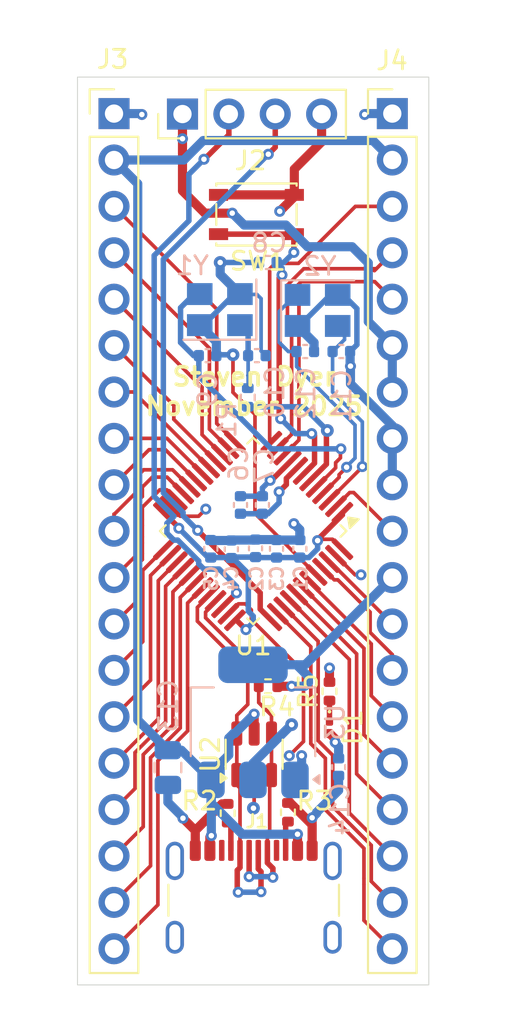
<source format=kicad_pcb>
(kicad_pcb (version 20241229) (generator "pcbnew") (generator_version "9.0")
  (title_block (title "stm32f1-dev-board") (date "2025-11-15") (rev "1") (company "Steven Dyer"))
  (layers (0 "F.Cu" signal) (4 "In1.Cu" signal "3.3V") (6 "In2.Cu" signal "GND") (2 "B.Cu" signal) (13 "F.Paste" user) (15 "B.Paste" user) (5 "F.SilkS" user "F.Silkscreen") (7 "B.SilkS" user "B.Silkscreen") (1 "F.Mask" user) (3 "B.Mask" user) (25 "Edge.Cuts" user))
  (net 0 "")
  (net 1 "GND")
  (net 2 "+3.3V")
  (net 3 "+3.3VA")
  (net 4 "Net-(U1-NRST)")
  (net 5 "/OSC_IN")
  (net 6 "Net-(C10-Pad2)")
  (net 7 "/OSC32_IN")
  (net 8 "/OSC32_OUT")
  (net 9 "VBUS")
  (net 10 "Net-(D1-K)")
  (net 11 "Net-(J1-CC2)")
  (net 13 "Net-(J1-CC1)")
  (net 15 "/SWCLK")
  (net 16 "/SWDIO")
  (net 17 "/PA7")
  (net 18 "/PB0")
  (net 19 "/PB2")
  (net 20 "/PA3")
  (net 21 "/PB11")
  (net 22 "/PB1")
  (net 23 "/PB10")
  (net 24 "/PA10")
  (net 25 "/PB15")
  (net 26 "/PA6")
  (net 27 "/PA9")
  (net 28 "/PA4")
  (net 29 "/PB14")
  (net 30 "/PB13")
  (net 31 "/PB12")
  (net 32 "/PA5")
  (net 33 "/PA8")
  (net 34 "/PA2")
  (net 35 "/PB6")
  (net 36 "/PB9")
  (net 37 "/PC13")
  (net 38 "/PB8")
  (net 39 "/PA15")
  (net 40 "/PB3")
  (net 41 "/PA0")
  (net 42 "/PB5")
  (net 43 "/PA1")
  (net 44 "/PB7")
  (net 45 "/PB4")
  (net 46 "/OSC_OUT")
  (net 47 "/USB_D+")
  (net 48 "/USB_D-")
  (footprint "stm32f1-dev-board:PinHeader_1x04_P2.54mm_Vertical" (layer "F.Cu") (at 157.025 74.675 90)
    (property "Reference" "J2")
    (property "Value" "Conn_01x04_Pin")
  )
  (footprint "stm32f1-dev-board:R_0402_1005Metric" (layer "F.Cu") (at 162.8 112.9 -90)
    (property "Reference" "R3")
    (property "Value" "5k1")
  )
  (footprint "stm32f1-dev-board:SW_SPST_PTS810" (layer "F.Cu") (at 161.075 80.175)
    (property "Reference" "SW1")
    (property "Value" "SW_Push")
  )
  (footprint "stm32f1-dev-board:PinHeader_1x19_P2.54mm_Vertical" (layer "F.Cu") (at 168.515 74.65)
    (property "Reference" "J4")
    (property "Value" "Conn_01x19_Pin")
  )
  (footprint "stm32f1-dev-board:PinHeader_1x19_P2.54mm_Vertical" (layer "F.Cu") (at 153.275 74.65)
    (property "Reference" "J3")
    (property "Value" "Conn_01x19_Pin")
  )
  (footprint "stm32f1-dev-board:LQFP-48_7x7mm_P0.5mm" (layer "F.Cu") (at 160.895 97.5 -135)
    (property "Reference" "U1")
    (property "Value" "STM32F103C8T6")
  )
  (footprint "stm32f1-dev-board:R_0402_1005Metric" (layer "F.Cu") (at 161.71 106 180)
    (property "Reference" "R4")
    (property "Value" "1k5")
  )
  (footprint "stm32f1-dev-board:R_0402_1005Metric" (layer "F.Cu") (at 159.5 112.95 -90)
    (property "Reference" "R2")
    (property "Value" "5k1")
  )
  (footprint "stm32f1-dev-board:SOT-23-6" (layer "F.Cu") (at 160.95 109.725 90)
    (property "Reference" "U2")
    (property "Value" "USBLC6-2SC6")
  )
  (footprint "stm32f1-dev-board:LED_0201_0603Metric" (layer "F.Cu") (at 165.075 108.25 -90)
    (property "Reference" "D1")
    (property "Value" "RED")
  )
  (footprint "stm32f1-dev-board:R_0402_1005Metric" (layer "F.Cu") (at 165.075 106.275 90)
    (property "Reference" "R5")
    (property "Value" "1k5")
  )
  (footprint "stm32f1-dev-board:USB_C_Receptacle_GCT_USB4105-xx-A_16P_TopMnt_Horizontal" (layer "F.Cu") (at 160.925 118.665)
    (property "Reference" "J1")
    (property "Value" "USB_C_Receptacle_USB2.0_16P")
  )
  (footprint "stm32f1-dev-board:C_0402_1005Metric" (layer "B.Cu") (at 163.75 87.675 180)
    (property "Reference" "C12")
    (property "Value" "10p")
  )
  (footprint "stm32f1-dev-board:C_0402_1005Metric" (layer "B.Cu") (at 160.2 96.075 -90)
    (property "Reference" "C6")
    (property "Value" "100n")
  )
  (footprint "stm32f1-dev-board:Crystal_SMD_3225-4Pin_3.2x2.5mm" (layer "B.Cu") (at 159.07 85.38 180)
    (property "Reference" "Y1")
    (property "Value" "8M")
  )
  (footprint "stm32f1-dev-board:C_0402_1005Metric" (layer "B.Cu") (at 161.025 98.45 90)
    (property "Reference" "C2")
    (property "Value" "100n")
  )
  (footprint "stm32f1-dev-board:R_0402_1005Metric" (layer "B.Cu") (at 160.6 90.19 -90)
    (property "Reference" "R1")
    (property "Value" "390")
  )
  (footprint "stm32f1-dev-board:SOT-223-3_TabPin2" (layer "B.Cu") (at 160.8875 107.975 90)
    (property "Reference" "U3")
    (property "Value" "AMS1117-3.3")
  )
  (footprint "stm32f1-dev-board:Crystal_SMD_3225-4Pin_3.2x2.5mm" (layer "B.Cu") (at 164.425 85.425)
    (property "Reference" "Y2")
    (property "Value" "32k768")
  )
  (footprint "stm32f1-dev-board:C_0402_1005Metric" (layer "B.Cu") (at 161.4 96.075 -90)
    (property "Reference" "C7")
    (property "Value" "1u")
  )
  (footprint "stm32f1-dev-board:C_0402_1005Metric" (layer "B.Cu") (at 162.175 98.475 90)
    (property "Reference" "C3")
    (property "Value" "100n")
  )
  (footprint "stm32f1-dev-board:C_0402_1005Metric" (layer "B.Cu") (at 159.7 98.5 90)
    (property "Reference" "C4")
    (property "Value" "100n")
  )
  (footprint "stm32f1-dev-board:C_0402_1005Metric" (layer "B.Cu") (at 165.725 87.675 180)
    (property "Reference" "C11")
    (property "Value" "10p")
  )
  (footprint "stm32f1-dev-board:C_0805_2012Metric" (layer "B.Cu") (at 156.225 110.45 -90)
    (property "Reference" "C13")
    (property "Value" "22u")
  )
  (footprint "stm32f1-dev-board:C_0402_1005Metric" (layer "B.Cu") (at 165.575 110.425 -90)
    (property "Reference" "C14")
    (property "Value" "1u")
  )
  (footprint "stm32f1-dev-board:C_0402_1005Metric" (layer "B.Cu") (at 158.4 87.9 180)
    (property "Reference" "C9")
    (property "Value" "20p")
  )
  (footprint "stm32f1-dev-board:C_0402_1005Metric" (layer "B.Cu") (at 158.575 98.475 90)
    (property "Reference" "C5")
    (property "Value" "1u")
  )
  (footprint "stm32f1-dev-board:C_0402_1005Metric" (layer "B.Cu") (at 163.45 98.475 90)
    (property "Reference" "C1")
    (property "Value" "100n")
  )
  (footprint "stm32f1-dev-board:C_0402_1005Metric" (layer "B.Cu") (at 161.1 87.9 180)
    (property "Reference" "C10")
    (property "Value" "20p")
  )
  (footprint "stm32f1-dev-board:C_0402_1005Metric" (layer "B.Cu") (at 161.7 82.8)
    (property "Reference" "C8")
    (property "Value" "100n")
  )
  (gr_rect (start 151.275 72.65) (end 170.515 122.35) (stroke (width 0.05)) (fill no) (layer "Edge.Cuts"))
  (gr_text "Steven Dyer\nNovember 2025" (at 160.95 91.25 0) (layer "F.SilkS") (effects (font (size 1 1) (thickness 0.2) (bold yes)) (justify bottom)))
  (segment (start 163.15 79.1) (end 163.15 79.2) (width 0.5) (layer "F.Cu") (net 1))
  (segment (start 164.645 76.195) (end 163.15 77.69) (width 0.5) (layer "F.Cu") (net 1))
  (segment (start 164.125 113.582528) (end 162.932472 112.39) (width 0.5) (layer "F.Cu") (net 1))
  (segment (start 156.360678 96.147658) (end 156.906086 96.693066) (width 0.2) (layer "F.Cu") (net 1))
  (segment (start 160.465911 101.488915) (end 160.795173 101.818177) (width 0.2) (layer "F.Cu") (net 1))
  (segment (start 163.15 77.69) (end 163.15 79.1) (width 0.5) (layer "F.Cu") (net 1))
  (segment (start 160.795173 101.818177) (end 160.795173 102.34523) (width 0.2) (layer "F.Cu") (net 1))
  (segment (start 160.95 112.6) (end 160.95 110.8625) (width 0.2) (layer "F.Cu") (net 1))
  (segment (start 166.47698 99.9) (end 166.8 99.9) (width 0.2) (layer "F.Cu") (net 1))
  (segment (start 160.994827 96.539167) (end 164.368662 99.913002) (width 0.2) (layer "F.Cu") (net 1))
  (segment (start 157.725 114.985) (end 157.725 113.9) (width 0.5) (layer "F.Cu") (net 1))
  (segment (start 162.712594 94.960044) (end 162.712594 94.621746) (width 0.3) (layer "F.Cu") (net 1))
  (segment (start 160.910245 112.675) (end 160.910245 112.639755) (width 0.2) (layer "F.Cu") (net 1))
  (segment (start 159.79 87.85291) (end 159.79 89.9111) (width 0.2) (layer "F.Cu") (net 1))
  (segment (start 165.075 105.765) (end 165.075 105) (width 0.5) (layer "F.Cu") (net 1))
  (segment (start 160.795173 102.34523) (end 163.652 105.202057) (width 0.2) (layer "F.Cu") (net 1))
  (segment (start 159.185 112.44) (end 159.5 112.44) (width 0.5) (layer "F.Cu") (net 1))
  (segment (start 159.542658 102.034322) (end 160.088065 101.488915) (width 0.2) (layer "F.Cu") (net 1))
  (segment (start 157.906934 96.693066) (end 158.3 96.3) (width 0.2) (layer "F.Cu") (net 1))
  (segment (start 157.725 113.9) (end 157.05 113.225) (width 0.5) (layer "F.Cu") (net 1))
  (segment (start 164.645 74.675) (end 164.645 76.195) (width 0.5) (layer "F.Cu") (net 1))
  (segment (start 157.725 113.9) (end 159.185 112.44) (width 0.5) (layer "F.Cu") (net 1))
  (segment (start 159 79.1) (end 163.15 79.1) (width 0.5) (layer "F.Cu") (net 1))
  (segment (start 162.316154 95.356484) (end 162.712594 94.960044) (width 0.3) (layer "F.Cu") (net 1))
  (segment (start 162.712594 94.621746) (end 163.308002 94.026338) (width 0.3) (layer "F.Cu") (net 1))
  (segment (start 163.652 105.202057) (end 163.652 109.023) (width 0.2) (layer "F.Cu") (net 1))
  (segment (start 157.725 114.985) (end 157.725 114) (width 0.5) (layer "F.Cu") (net 1))
  (segment (start 164.125 114.985) (end 164.125 113.582528) (width 0.5) (layer "F.Cu") (net 1))
  (segment (start 164.645 76.195) (end 164.65 76.2) (width 0.5) (layer "F.Cu") (net 1))
  (segment (start 160.994827 91.115927) (end 160.994827 96.539167) (width 0.2) (layer "F.Cu") (net 1))
  (segment (start 156.906086 96.693066) (end 157.906934 96.693066) (width 0.2) (layer "F.Cu") (net 1))
  (segment (start 165.429322 98.852342) (end 166.47698 99.9) (width 0.2) (layer "F.Cu") (net 1))
  (segment (start 163.15 79.2) (end 162.35 80) (width 0.5) (layer "F.Cu") (net 1))
  (segment (start 160.088065 101.488915) (end 160.465911 101.488915) (width 0.2) (layer "F.Cu") (net 1))
  (segment (start 164.125 113.2) (end 164.125 114.985) (width 0.5) (layer "F.Cu") (net 1))
  (segment (start 163.652 109.023) (end 162.875 109.8) (width 0.2) (layer "F.Cu") (net 1))
  (segment (start 160.910245 112.639755) (end 160.95 112.6) (width 0.2) (layer "F.Cu") (net 1))
  (segment (start 162.932472 112.39) (end 162.8 112.39) (width 0.5) (layer "F.Cu") (net 1))
  (segment (start 159.79 89.9111) (end 160.994827 91.115927) (width 0.2) (layer "F.Cu") (net 1))
  (via (at 159.09 82.8) (size 0.7) (drill 0.3) (layers "F.Cu" "B.Cu") (net 1))
  (via (at 166.225 88.475) (size 0.6) (drill 0.3) (layers "F.Cu" "B.Cu") (net 1))
  (via (at 163.125 97.1) (size 0.6) (drill 0.3) (layers "F.Cu" "B.Cu") (net 1))
  (via (at 157.05 113.225) (size 0.6) (drill 0.3) (layers "F.Cu" "B.Cu") (net 1))
  (via (at 158.3 96.3) (size 0.6) (drill 0.3) (layers "F.Cu" "B.Cu") (net 1))
  (via (at 159.79 87.85291) (size 0.7) (drill 0.3) (layers "F.Cu" "B.Cu") (net 1))
  (via (at 167 74.7) (size 0.6) (drill 0.3) (layers "F.Cu" "B.Cu") (net 1))
  (via (at 162.35 80) (size 0.6) (drill 0.3) (layers "F.Cu" "B.Cu") (net 1))
  (via (at 165.075 105) (size 0.6) (drill 0.3) (layers "F.Cu" "B.Cu") (net 1))
  (via (at 164.125 113.2) (size 0.6) (drill 0.3) (layers "F.Cu" "B.Cu") (net 1))
  (via (at 163.55 109.8) (size 0.6) (drill 0.3) (layers "F.Cu" "B.Cu") (net 1))
  (via (at 162.316154 95.356484) (size 0.6) (drill 0.3) (layers "F.Cu" "B.Cu") (net 1))
  (via (at 166.8 99.9) (size 0.6) (drill 0.3) (layers "F.Cu" "B.Cu") (net 1))
  (via (at 162.875 109.8) (size 0.6) (drill 0.3) (layers "F.Cu" "B.Cu") (net 1))
  (via (at 154.8 74.7) (size 0.6) (drill 0.3) (layers "F.Cu" "B.Cu") (net 1))
  (via (at 160.910245 112.675) (size 0.7) (drill 0.3) (layers "F.Cu" "B.Cu") (net 1))
  (segment (start 156.225 112.35) (end 156.225 111.4) (width 0.5) (layer "B.Cu") (net 1))
  (segment (start 160.17 84.53) (end 159.868 84.53) (width 0.3) (layer "B.Cu") (net 1))
  (segment (start 157.05 113.225) (end 157.05 113.175) (width 0.5) (layer "B.Cu") (net 1))
  (segment (start 163.45 97.995) (end 163.45 97.425) (width 0.5) (layer "B.Cu") (net 1))
  (segment (start 164.23 87.675) (end 164.23 87.18) (width 0.5) (layer "B.Cu") (net 1))
  (segment (start 163.55 110.7625) (end 163.55 109.8) (width 0.5) (layer "B.Cu") (net 1))
  (segment (start 165.125 84.575) (end 165.525 84.575) (width 0.3) (layer "B.Cu") (net 1))
  (segment (start 159.7 98.02) (end 158.6 98.02) (width 0.5) (layer "B.Cu") (net 1))
  (segment (start 163.45 97.425) (end 163.125 97.1) (width 0.5) (layer "B.Cu") (net 1))
  (segment (start 163.4075 110.905) (end 163.1875 111.125) (width 0.5) (layer "B.Cu") (net 1))
  (segment (start 158.88 87.14) (end 158.88 87.9) (width 0.5) (layer "B.Cu") (net 1))
  (segment (start 161.33 87.65) (end 161.33 84.778) (width 0.2) (layer "B.Cu") (net 1))
  (segment (start 161.709999 96.555) (end 162.316154 95.948845) (width 0.3) (layer "B.Cu") (net 1))
  (segment (start 159.09 82.8) (end 159.09 83.45) (width 0.5) (layer "B.Cu") (net 1))
  (segment (start 159.09 83.45) (end 160.17 84.53) (width 0.5) (layer "B.Cu") (net 1))
  (segment (start 166.225 89.439892) (end 166.225 88.475) (width 0.5) (layer "B.Cu") (net 1))
  (segment (start 166.576 87.304) (end 166.205 87.675) (width 0.3) (layer "B.Cu") (net 1))
  (segment (start 167.05 74.65) (end 167 74.7) (width 0.5) (layer "B.Cu") (net 1))
  (segment (start 158.168 86.23) (end 157.97 86.23) (width 0.3) (layer "B.Cu") (net 1))
  (segment (start 161.4 96.555) (end 160.2 96.555) (width 0.3) (layer "B.Cu") (net 1))
  (segment (start 163.45 97.995) (end 162.175 97.995) (width 0.5) (layer "B.Cu") (net 1))
  (segment (start 161.4 96.555) (end 161.709999 96.555) (width 0.3) (layer "B.Cu") (net 1))
  (segment (start 163.425 86.275) (end 165.125 84.575) (width 0.3) (layer "B.Cu") (net 1))
  (segment (start 154.75 74.65) (end 154.8 74.7) (width 0.5) (layer "B.Cu") (net 1))
  (segment (start 160.95 97.995) (end 160.975 97.97) (width 0.5) (layer "B.Cu") (net 1))
  (segment (start 157.05 113.175) (end 156.225 112.35) (width 0.5) (layer "B.Cu") (net 1))
  (segment (start 168.515 91.729892) (end 166.225 89.439892) (width 0.5) (layer "B.Cu") (net 1))
  (segment (start 166.576 85.324) (end 166.576 87.304) (width 0.3) (layer "B.Cu") (net 1))
  (segment (start 165.525 84.575) (end 165.827 84.575) (width 0.3) (layer "B.Cu") (net 1))
  (segment (start 163.325 86.275) (end 163.425 86.275) (width 0.3) (layer "B.Cu") (net 1))
  (segment (start 158.92709 87.85291) (end 158.88 87.9) (width 0.3) (layer "B.Cu") (net 1))
  (segment (start 161.58 87.9) (end 161.33 87.65) (width 0.2) (layer "B.Cu") (net 1))
  (segment (start 164.375 112.9) (end 165.575 111.7) (width 0.5) (layer "B.Cu") (net 1))
  (segment (start 159.09 82.8) (end 161.22 82.8) (width 0.3) (layer "B.Cu") (net 1))
  (segment (start 168.515 94.97) (end 168.515 91.729892) (width 0.5) (layer "B.Cu") (net 1))
  (segment (start 165.575 111.7) (end 165.575 110.905) (width 0.5) (layer "B.Cu") (net 1))
  (segment (start 158.6 98.02) (end 158.575 97.995) (width 0.5) (layer "B.Cu") (net 1))
  (segment (start 153.275 74.65) (end 154.75 74.65) (width 0.5) (layer "B.Cu") (net 1))
  (segment (start 159.868 84.53) (end 158.168 86.23) (width 0.3) (layer "B.Cu") (net 1))
  (segment (start 159.8 97.995) (end 160.95 97.995) (width 0.5) (layer "B.Cu") (net 1))
  (segment (start 162.05 97.97) (end 162.075 97.995) (width 0.5) (layer "B.Cu") (net 1))
  (segment (start 166.205 88.455) (end 166.225 88.475) (width 0.5) (layer "B.Cu") (net 1))
  (segment (start 165.827 84.575) (end 166.576 85.324) (width 0.3) (layer "B.Cu") (net 1))
  (segment (start 164.23 87.18) (end 163.325 86.275) (width 0.5) (layer "B.Cu") (net 1))
  (segment (start 161.225 82.8) (end 161.22 82.8) (width 0.5) (layer "B.Cu") (net 1))
  (segment (start 161.33 84.778) (end 161.102 84.55) (width 0.2) (layer "B.Cu") (net 1))
  (segment (start 161.102 84.55) (end 160.9 84.55) (width 0.2) (layer "B.Cu") (net 1))
  (segment (start 166.205 87.675) (end 166.205 88.455) (width 0.5) (layer "B.Cu") (net 1))
  (segment (start 157.97 86.23) (end 158.88 87.14) (width 0.5) (layer "B.Cu") (net 1))
  (segment (start 163.1875 111.125) (end 163.55 110.7625) (width 0.5) (layer "B.Cu") (net 1))
  (segment (start 168.515 74.65) (end 167.05 74.65) (width 0.5) (layer "B.Cu") (net 1))
  (segment (start 164.375 112.95) (end 164.375 112.9) (width 0.5) (layer "B.Cu") (net 1))
  (segment (start 160.975 97.97) (end 162.05 97.97) (width 0.5) (layer "B.Cu") (net 1))
  (segment (start 164.125 113.2) (end 164.375 112.95) (width 0.5) (layer "B.Cu") (net 1))
  (segment (start 159.79 87.85291) (end 158.92709 87.85291) (width 0.3) (layer "B.Cu") (net 1))
  (segment (start 162.316154 95.948845) (end 162.316154 95.356484) (width 0.3) (layer "B.Cu") (net 1))
  (segment (start 157.025 78.877) (end 157.025 76.025) (width 0.5) (layer "F.Cu") (net 2))
  (segment (start 163 106) (end 162.22 106) (width 0.5) (layer "F.Cu") (net 2))
  (segment (start 157.025 74.675) (end 157.025 76.025) (width 0.5) (layer "F.Cu") (net 2))
  (segment (start 165.237469 97.953381) (end 165.782876 98.498788) (width 0.2) (layer "F.Cu") (net 2))
  (segment (start 159.75 80.1) (end 158.248 80.1) (width 0.5) (layer "F.Cu") (net 2))
  (segment (start 164.425 98.025) (end 164.425 97.975) (width 0.2) (layer "F.Cu") (net 2))
  (segment (start 159.987876 102.387876) (end 159.896212 102.387876) (width 0.3) (layer "F.Cu") (net 2))
  (segment (start 165.3875 108.8825) (end 165.116 108.611) (width 0.5) (layer "F.Cu") (net 2))
  (segment (start 164.425 97.975) (end 165.782876 96.617124) (width 0.3) (layer "F.Cu") (net 2))
  (segment (start 164.425 97.975) (end 164.446619 97.953381) (width 0.2) (layer "F.Cu") (net 2))
  (segment (start 165.116 108.611) (end 165.075 108.611) (width 0.5) (layer "F.Cu") (net 2))
  (segment (start 165.3875 109.0625) (end 165.3875 108.8825) (width 0.5) (layer "F.Cu") (net 2))
  (segment (start 156.825 97.35) (end 156.825 97.319088) (width 0.3) (layer "F.Cu") (net 2))
  (segment (start 160.5 102.9) (end 159.987876 102.387876) (width 0.3) (layer "F.Cu") (net 2))
  (segment (start 158.248 80.1) (end 157.025 78.877) (width 0.5) (layer "F.Cu") (net 2))
  (segment (start 165.782876 96.617124) (end 165.782876 96.501212) (width 0.3) (layer "F.Cu") (net 2))
  (segment (start 156.825 97.319088) (end 156.007124 96.501212) (width 0.3) (layer "F.Cu") (net 2))
  (segment (start 164.446619 97.953381) (end 165.237469 97.953381) (width 0.2) (layer "F.Cu") (net 2))
  (via (at 163 106) (size 0.6) (drill 0.3) (layers "F.Cu" "B.Cu") (net 2))
  (via (at 164.425 98.025) (size 0.6) (drill 0.3) (layers "F.Cu" "B.Cu") (net 2))
  (via (at 160.5 102.9) (size 0.6) (drill 0.3) (layers "F.Cu" "B.Cu") (net 2))
  (via (at 156.825 97.35) (size 0.6) (drill 0.3) (layers "F.Cu" "B.Cu") (net 2))
  (via (at 163.002 108.1) (size 0.7) (drill 0.3) (layers "F.Cu" "B.Cu") (net 2))
  (via (at 165.3875 109.0625) (size 0.6) (drill 0.3) (layers "F.Cu" "B.Cu") (net 2))
  (via (at 157.025 76.025) (size 0.6) (drill 0.3) (layers "F.Cu" "B.Cu") (net 2))
  (via (at 159.75 80.1) (size 0.6) (drill 0.3) (layers "F.Cu" "B.Cu") (net 2))
  (segment (start 163.74 104.825) (end 163.275 104.825) (width 0.5) (layer "B.Cu") (net 2))
  (segment (start 159.675 98.955) (end 159.7 98.98) (width 0.3) (layer "B.Cu") (net 2))
  (segment (start 160.8875 110.2145) (end 163.002 108.1) (width 0.5) (layer "B.Cu") (net 2))
  (segment (start 167.2 86.035) (end 168.515 87.35) (width 0.5) (layer "B.Cu") (net 2))
  (segment (start 163.725 106) (end 163.925 105.8) (width 0.5) (layer "B.Cu") (net 2))
  (segment (start 161 98.955) (end 163.945 98.955) (width 0.3) (layer "B.Cu") (net 2))
  (segment (start 158.43 98.955) (end 156.825 97.35) (width 0.3) (layer "B.Cu") (net 2))
  (segment (start 168.515 100.05) (end 163.74 104.825) (width 0.5) (layer "B.Cu") (net 2))
  (segment (start 158.575 98.955) (end 159.675 98.955) (width 0.3) (layer "B.Cu") (net 2))
  (segment (start 158.6 98.98) (end 158.575 98.955) (width 0.3) (layer "B.Cu") (net 2))
  (segment (start 159.8 99) (end 159.8 98.955) (width 0.3) (layer "B.Cu") (net 2))
  (segment (start 166.313925 81.938925) (end 167.2 82.825) (width 0.5) (layer "B.Cu") (net 2))
  (segment (start 163.925 105.8) (end 163.925 105.475) (width 0.5) (layer "B.Cu") (net 2))
  (segment (start 160.9 102.5) (end 160.9 102.162888) (width 0.3) (layer "B.Cu") (net 2))
  (segment (start 167.2 82.825) (end 167.2 86.035) (width 0.5) (layer "B.Cu") (net 2))
  (segment (start 165.575 109.3) (end 165.575 109.945) (width 0.5) (layer "B.Cu") (net 2))
  (segment (start 163.876 81.938925) (end 166.313925 81.938925) (width 0.5) (layer "B.Cu") (net 2))
  (segment (start 168.515 89.89) (end 168.515 87.35) (width 0.5) (layer "B.Cu") (net 2))
  (segment (start 160.630122 101.89301) (end 160.630122 99.830122) (width 0.3) (layer "B.Cu") (net 2))
  (segment (start 163.925 105.475) (end 163.275 104.825) (width 0.5) (layer "B.Cu") (net 2))
  (segment (start 159.8 98.955) (end 159.825 98.93) (width 0.3) (layer "B.Cu") (net 2))
  (segment (start 160.630122 99.830122) (end 159.8 99) (width 0.3) (layer "B.Cu") (net 2))
  (segment (start 165.3875 109.1125) (end 165.575 109.3) (width 0.5) (layer "B.Cu") (net 2))
  (segment (start 160.5 102.9) (end 160.9 102.5) (width 0.3) (layer "B.Cu") (net 2))
  (segment (start 159.75 80.1) (end 160.401 80.751) (width 0.5) (layer "B.Cu") (net 2))
  (segment (start 160.9 102.162888) (end 160.630122 101.89301) (width 0.3) (layer "B.Cu") (net 2))
  (segment (start 163.275 104.825) (end 160.8875 104.825) (width 0.5) (layer "B.Cu") (net 2))
  (segment (start 158.575 98.955) (end 158.43 98.955) (width 0.3) (layer "B.Cu") (net 2))
  (segment (start 160.401 80.751) (end 162.688075 80.751) (width 0.5) (layer "B.Cu") (net 2))
  (segment (start 160.8875 111.125) (end 160.8875 110.2145) (width 0.5) (layer "B.Cu") (net 2))
  (segment (start 163 106) (end 163.725 106) (width 0.5) (layer "B.Cu") (net 2))
  (segment (start 164.425 98.475) (end 164.425 98.025) (width 0.3) (layer "B.Cu") (net 2))
  (segment (start 162.688075 80.751) (end 163.876 81.938925) (width 0.5) (layer "B.Cu") (net 2))
  (segment (start 160.975 98.93) (end 161 98.955) (width 0.3) (layer "B.Cu") (net 2))
  (segment (start 168.515 87.35) (end 168.515 86.94) (width 0.5) (layer "B.Cu") (net 2))
  (segment (start 163.945 98.955) (end 164.425 98.475) (width 0.3) (layer "B.Cu") (net 2))
  (segment (start 159.825 98.93) (end 160.975 98.93) (width 0.3) (layer "B.Cu") (net 2))
  (segment (start 165.3875 109.0625) (end 165.3875 109.1125) (width 0.5) (layer "B.Cu") (net 2))
  (segment (start 161.825 94.725) (end 161.902234 94.725) (width 0.3) (layer "F.Cu") (net 3))
  (segment (start 161.902234 94.725) (end 162.954449 93.672785) (width 0.3) (layer "F.Cu") (net 3))
  (via (at 161.825 94.725) (size 0.6) (drill 0.3) (layers "F.Cu" "B.Cu") (net 3))
  (segment (start 161.4 95.15) (end 161.4 95.595) (width 0.3) (layer "B.Cu") (net 3))
  (segment (start 161.825 94.725) (end 161.4 95.15) (width 0.3) (layer "B.Cu") (net 3))
  (segment (start 161.4 95.595) (end 160.2 95.595) (width 0.3) (layer "B.Cu") (net 3))
  (segment (start 164.256963 92.276962) (end 164.150001 92.17) (width 0.3) (layer "F.Cu") (net 4))
  (segment (start 162.401 91.35) (end 162.322 91.271) (width 0.3) (layer "F.Cu") (net 4))
  (segment (start 164.150001 92.17) (end 164.1 92.17) (width 0.3) (layer "F.Cu") (net 4))
  (segment (start 163.15 81.25) (end 159 81.25) (width 0.3) (layer "F.Cu") (net 4))
  (segment (start 162.322 91.271) (end 162.322 83.637428) (width 0.3) (layer "F.Cu") (net 4))
  (segment (start 162.322 83.637428) (end 162.474714 83.484714) (width 0.3) (layer "F.Cu") (net 4))
  (segment (start 163.661555 94.379891) (end 164.256963 93.784483) (width 0.3) (layer "F.Cu") (net 4))
  (segment (start 163.125 81.275) (end 163.15 81.25) (width 0.3) (layer "F.Cu") (net 4))
  (segment (start 164.256963 93.784483) (end 164.256963 92.276962) (width 0.3) (layer "F.Cu") (net 4))
  (segment (start 163.125 82.25) (end 163.125 81.275) (width 0.3) (layer "F.Cu") (net 4))
  (via (at 163.125 82.25) (size 0.6) (drill 0.3) (layers "F.Cu" "B.Cu") (net 4))
  (via (at 162.401 91.35) (size 0.6) (drill 0.3) (layers "F.Cu" "B.Cu") (net 4))
  (via (at 162.474714 83.484714) (size 0.6) (drill 0.3) (layers "F.Cu" "B.Cu") (net 4))
  (via (at 164.1 92.17) (size 0.6) (drill 0.3) (layers "F.Cu" "B.Cu") (net 4))
  (segment (start 162.474714 83.484714) (end 162.474714 83.094714) (width 0.3) (layer "B.Cu") (net 4))
  (segment (start 162.575 82.8) (end 163.125 82.25) (width 0.3) (layer "B.Cu") (net 4))
  (segment (start 164.1 92.17) (end 163.221 92.17) (width 0.3) (layer "B.Cu") (net 4))
  (segment (start 162.18 82.8) (end 162.575 82.8) (width 0.3) (layer "B.Cu") (net 4))
  (segment (start 162.425 82.8) (end 162.18 82.8) (width 0.3) (layer "B.Cu") (net 4))
  (segment (start 163.221 92.17) (end 162.401 91.35) (width 0.3) (layer "B.Cu") (net 4))
  (segment (start 162.474714 83.094714) (end 162.18 82.8) (width 0.3) (layer "B.Cu") (net 4))
  (segment (start 165.675 93.496401) (end 165.411821 93.75958) (width 0.2) (layer "F.Cu") (net 5))
  (segment (start 165.675 93.02856) (end 165.675 93.496401) (width 0.2) (layer "F.Cu") (net 5))
  (segment (start 165.201003 94.254657) (end 164.368662 95.086998) (width 0.2) (layer "F.Cu") (net 5))
  (segment (start 165.411821 93.75958) (end 165.411821 94.042423) (width 0.2) (layer "F.Cu") (net 5))
  (segment (start 165.201003 94.253241) (end 165.201003 94.254657) (width 0.2) (layer "F.Cu") (net 5))
  (segment (start 165.411821 94.042423) (end 165.201003 94.253241) (width 0.2) (layer "F.Cu") (net 5))
  (segment (start 165.70027 93.00329) (end 165.675 93.02856) (width 0.2) (layer "F.Cu") (net 5))
  (via (at 165.70027 93.00329) (size 0.6) (drill 0.3) (layers "F.Cu" "B.Cu") (net 5))
  (segment (start 157.97 84.53) (end 157.668 84.53) (width 0.3) (layer "B.Cu") (net 5))
  (segment (start 161.89224 93.00329) (end 157.92 89.03105) (width 0.3) (layer "B.Cu") (net 5))
  (segment (start 156.919 85.279) (end 156.919 87.181) (width 0.3) (layer "B.Cu") (net 5))
  (segment (start 165.70027 93.00329) (end 161.89224 93.00329) (width 0.3) (layer "B.Cu") (net 5))
  (segment (start 157.638 87.9) (end 157.92 87.9) (width 0.3) (layer "B.Cu") (net 5))
  (segment (start 157.92 89.03105) (end 157.92 87.9) (width 0.3) (layer "B.Cu") (net 5))
  (segment (start 156.919 87.181) (end 157.638 87.9) (width 0.3) (layer "B.Cu") (net 5))
  (segment (start 157.668 84.53) (end 156.919 85.279) (width 0.3) (layer "B.Cu") (net 5))
  (segment (start 160.62 87.9) (end 160.62 86.68) (width 0.3) (layer "B.Cu") (net 6))
  (segment (start 160.62 86.68) (end 160.17 86.23) (width 0.3) (layer "B.Cu") (net 6))
  (segment (start 160.62 89.69) (end 160.62 87.9) (width 0.2) (layer "B.Cu") (net 6))
  (segment (start 160.62 88.965) (end 160.6 88.985) (width 0.2) (layer "B.Cu") (net 6))
  (segment (start 166.875 93.994874) (end 166.875 93.975) (width 0.2) (layer "F.Cu") (net 7))
  (segment (start 165.075769 95.794105) (end 166.875 93.994874) (width 0.2) (layer "F.Cu") (net 7))
  (via (at 166.875 93.975) (size 0.6) (drill 0.3) (layers "F.Cu" "B.Cu") (net 7))
  (segment (start 165.9 85.825) (end 165.9 87.02) (width 0.2) (layer "B.Cu") (net 7))
  (segment (start 166.875 93.975) (end 166.875 91.525) (width 0.2) (layer "B.Cu") (net 7))
  (segment (start 165.245 89.895) (end 165.245 87.675) (width 0.2) (layer "B.Cu") (net 7))
  (segment (start 166.875 91.525) (end 165.245 89.895) (width 0.2) (layer "B.Cu") (net 7))
  (segment (start 165.9 87.02) (end 165.245 87.675) (width 0.2) (layer "B.Cu") (net 7))
  (segment (start 165.602003 94.419341) (end 165.602003 94.560763) (width 0.2) (layer "F.Cu") (net 8))
  (segment (start 166.012821 94.008523) (end 165.602003 94.419341) (width 0.2) (layer "F.Cu") (net 8))
  (segment (start 165.602003 94.560763) (end 164.722215 95.440551) (width 0.2) (layer "F.Cu") (net 8))
  (via (at 166.012821 94.008523) (size 0.6) (drill 0.3) (layers "F.Cu" "B.Cu") (net 8))
  (segment (start 166.012821 94.008523) (end 166.012821 93.969236) (width 0.2) (layer "B.Cu") (net 8))
  (segment (start 166.474 91.699) (end 163.27 88.495) (width 0.2) (layer "B.Cu") (net 8))
  (segment (start 162.823 87.675) (end 162.324 87.176) (width 0.2) (layer "B.Cu") (net 8))
  (segment (start 166.474 93.508057) (end 166.474 91.699) (width 0.2) (layer "B.Cu") (net 8))
  (segment (start 163.27 88.495) (end 163.27 87.675) (width 0.2) (layer "B.Cu") (net 8))
  (segment (start 162.324 87.176) (end 162.324 85.476) (width 0.2) (layer "B.Cu") (net 8))
  (segment (start 162.324 85.476) (end 163.225 84.575) (width 0.2) (layer "B.Cu") (net 8))
  (segment (start 163.27 87.675) (end 162.823 87.675) (width 0.2) (layer "B.Cu") (net 8))
  (segment (start 166.012821 93.969236) (end 166.474 93.508057) (width 0.2) (layer "B.Cu") (net 8))
  (segment (start 163.225 84.575) (end 163.325 84.575) (width 0.2) (layer "B.Cu") (net 8))
  (segment (start 158.525 114.260662) (end 158.605331 114.180331) (width 0.5) (layer "F.Cu") (net 9))
  (segment (start 160.95 108.5875) (end 160.95 107.525) (width 0.5) (layer "F.Cu") (net 9))
  (segment (start 158.525 114.985) (end 158.525 114.260662) (width 0.5) (layer "F.Cu") (net 9))
  (segment (start 163.325 114.985) (end 163.325 114.1) (width 0.5) (layer "F.Cu") (net 9))
  (via (at 158.605331 114.180331) (size 0.6) (drill 0.3) (layers "F.Cu" "B.Cu") (net 9))
  (via (at 160.95 107.525) (size 0.6) (drill 0.3) (layers "F.Cu" "B.Cu") (net 9))
  (via (at 163.325 114.1) (size 0.6) (drill 0.3) (layers "F.Cu" "B.Cu") (net 9))
  (segment (start 158.605331 114.180331) (end 158.605331 111.142831) (width 0.5) (layer "B.Cu") (net 9))
  (segment (start 158.5875 110.738291) (end 159.560588 109.765203) (width 0.5) (layer "B.Cu") (net 9))
  (segment (start 156.225 109.5) (end 156.9625 109.5) (width 0.5) (layer "B.Cu") (net 9))
  (segment (start 158.605331 111.142831) (end 158.5875 111.125) (width 0.5) (layer "B.Cu") (net 9))
  (segment (start 157.097925 77.19) (end 158.163925 76.124) (width 0.5) (layer "B.Cu") (net 9))
  (segment (start 160.3 114.1) (end 158.5875 112.3875) (width 0.5) (layer "B.Cu") (net 9))
  (segment (start 154.576 78.491) (end 153.275 77.19) (width 0.5) (layer "B.Cu") (net 9))
  (segment (start 159.560588 108.839412) (end 159.8125 108.5875) (width 0.5) (layer "B.Cu") (net 9))
  (segment (start 158.163925 76.124) (end 167.449 76.124) (width 0.5) (layer "B.Cu") (net 9))
  (segment (start 156.225 109.5) (end 154.576 107.851) (width 0.5) (layer "B.Cu") (net 9))
  (segment (start 158.5875 111.125) (end 158.5875 110.738291) (width 0.5) (layer "B.Cu") (net 9))
  (segment (start 158.5875 112.3875) (end 158.5875 111.125) (width 0.5) (layer "B.Cu") (net 9))
  (segment (start 159.8125 108.5875) (end 159.8875 108.5875) (width 0.5) (layer "B.Cu") (net 9))
  (segment (start 163.325 114.1) (end 160.3 114.1) (width 0.5) (layer "B.Cu") (net 9))
  (segment (start 159.8875 108.5875) (end 160.95 107.525) (width 0.5) (layer "B.Cu") (net 9))
  (segment (start 153.275 77.19) (end 157.097925 77.19) (width 0.5) (layer "B.Cu") (net 9))
  (segment (start 154.576 107.851) (end 154.576 78.491) (width 0.5) (layer "B.Cu") (net 9))
  (segment (start 159.560588 109.765203) (end 159.560588 108.839412) (width 0.5) (layer "B.Cu") (net 9))
  (segment (start 167.449 76.124) (end 168.515 77.19) (width 0.5) (layer "B.Cu") (net 9))
  (segment (start 156.9625 109.5) (end 158.5875 111.125) (width 0.5) (layer "B.Cu") (net 9))
  (segment (start 165.075 107.93) (end 165.075 106.785) (width 0.3) (layer "F.Cu") (net 10))
  (segment (start 162.675 113.535) (end 162.8 113.41) (width 0.3) (layer "F.Cu") (net 11))
  (segment (start 162.675 114.985) (end 162.675 113.535) (width 0.3) (layer "F.Cu") (net 11))
  (segment (start 159.675 114.985) (end 159.675 113.61) (width 0.3) (layer "F.Cu") (net 13))
  (segment (start 162.105 74.675) (end 162.105 76.495) (width 0.3) (layer "F.Cu") (net 15))
  (segment (start 162.105 76.495) (end 161.725 76.875) (width 0.3) (layer "F.Cu") (net 15))
  (segment (start 161.281122 101.77521) (end 161.281122 100.886882) (width 0.3) (layer "F.Cu") (net 15))
  (segment (start 161.893788 102.387876) (end 161.281122 101.77521) (width 0.3) (layer "F.Cu") (net 15))
  (segment (start 161.281122 100.886882) (end 157.85962 97.46538) (width 0.3) (layer "F.Cu") (net 15))
  (via (at 161.725 76.875) (size 0.6) (drill 0.3) (layers "F.Cu" "B.Cu") (net 15))
  (via (at 157.85962 97.46538) (size 0.6) (drill 0.3) (layers "F.Cu" "B.Cu") (net 15))
  (segment (start 157.056346 96.662106) (end 157.85962 97.46538) (width 0.3) (layer "B.Cu") (net 15))
  (segment (start 155.976 95.406788) (end 157.056346 96.487134) (width 0.3) (layer "B.Cu") (net 15))
  (segment (start 157.056346 96.487134) (end 157.056346 96.662106) (width 0.3) (layer "B.Cu") (net 15))
  (segment (start 157.582521 81.01748) (end 155.976 82.624) (width 0.3) (layer "B.Cu") (net 15))
  (segment (start 161.725 76.875) (end 157.876 80.724) (width 0.3) (layer "B.Cu") (net 15))
  (segment (start 155.976 82.624) (end 155.976 95.406788) (width 0.3) (layer "B.Cu") (net 15))
  (segment (start 157.876 80.724) (end 157.582521 81.01748) (width 0.3) (layer "B.Cu") (net 15))
  (segment (start 159.189105 101.680769) (end 159.980122 100.889752) (width 0.3) (layer "F.Cu") (net 16))
  (segment (start 158.225 77.15) (end 159.565 75.81) (width 0.3) (layer "F.Cu") (net 16))
  (segment (start 159.565 75.81) (end 159.565 74.675) (width 0.3) (layer "F.Cu") (net 16))
  (segment (start 158.2 77.15) (end 158.225 77.15) (width 0.3) (layer "F.Cu") (net 16))
  (via (at 158.2 77.15) (size 0.6) (drill 0.3) (layers "F.Cu" "B.Cu") (net 16))
  (via (at 159.980122 100.889752) (size 0.6) (drill 0.3) (layers "F.Cu" "B.Cu") (net 16))
  (segment (start 158.95226 99.586) (end 159.036 99.586) (width 0.3) (layer "B.Cu") (net 16))
  (segment (start 155.475 82.41648) (end 155.475 95.614308) (width 0.3) (layer "B.Cu") (net 16))
  (segment (start 157.914 99.30226) (end 158.19774 99.586) (width 0.3) (layer "B.Cu") (net 16))
  (segment (start 156.174 97.080346) (end 156.174 97.619654) (width 0.3) (layer "B.Cu") (net 16))
  (segment (start 159.980122 100.530122) (end 159.980122 100.889752) (width 0.3) (layer "B.Cu") (net 16))
  (segment (start 156.555346 96.694654) (end 156.555346 96.699) (width 0.3) (layer "B.Cu") (net 16))
  (segment (start 156.174 97.619654) (end 156.555346 98.001) (width 0.3) (layer "B.Cu") (net 16))
  (segment (start 157.375 80.51648) (end 155.475 82.41648) (width 0.3) (layer "B.Cu") (net 16))
  (segment (start 155.475 95.614308) (end 156.555346 96.694654) (width 0.3) (layer "B.Cu") (net 16))
  (segment (start 156.555346 98.001) (end 156.76748 98.001) (width 0.3) (layer "B.Cu") (net 16))
  (segment (start 158.2 77.15) (end 157.375 77.975) (width 0.3) (layer "B.Cu") (net 16))
  (segment (start 156.555346 96.699) (end 156.174 97.080346) (width 0.3) (layer "B.Cu") (net 16))
  (segment (start 158.19774 99.586) (end 158.686 99.586) (width 0.3) (layer "B.Cu") (net 16))
  (segment (start 159.036 99.586) (end 159.980122 100.530122) (width 0.3) (layer "B.Cu") (net 16))
  (segment (start 158.686 99.586) (end 158.95226 99.586) (width 0.3) (layer "B.Cu") (net 16))
  (segment (start 156.76748 98.001) (end 157.914 99.14752) (width 0.3) (layer "B.Cu") (net 16))
  (segment (start 157.375 77.975) (end 157.375 80.51648) (width 0.3) (layer "B.Cu") (net 16))
  (segment (start 157.914 99.14752) (end 157.914 99.30226) (width 0.3) (layer "B.Cu") (net 16))
  (segment (start 158.481998 94.026338) (end 154.34566 89.89) (width 0.2) (layer "F.Cu") (net 17))
  (segment (start 154.34566 89.89) (end 153.275 89.89) (width 0.2) (layer "F.Cu") (net 17))
  (segment (start 156.178554 92.43) (end 158.128445 94.379891) (width 0.2) (layer "F.Cu") (net 18))
  (segment (start 153.275 92.43) (end 156.178554 92.43) (width 0.2) (layer "F.Cu") (net 18))
  (segment (start 157.421338 95.086998) (end 156.48434 94.15) (width 0.2) (layer "F.Cu") (net 19))
  (segment (start 154.425 94.625) (end 154.425 95.44776) (width 0.2) (layer "F.Cu") (net 19))
  (segment (start 153.29776 96.575) (end 153.275 96.575) (width 0.2) (layer "F.Cu") (net 19))
  (segment (start 154.9 94.15) (end 154.425 94.625) (width 0.2) (layer "F.Cu") (net 19))
  (segment (start 156.48434 94.15) (end 154.9 94.15) (width 0.2) (layer "F.Cu") (net 19))
  (segment (start 153.275 96.575) (end 153.275 97.51) (width 0.2) (layer "F.Cu") (net 19))
  (segment (start 154.425 95.44776) (end 153.29776 96.575) (width 0.2) (layer "F.Cu") (net 19))
  (segment (start 153.275 79.73) (end 158.9 85.355) (width 0.2) (layer "F.Cu") (net 20))
  (segment (start 158.9 91.615912) (end 159.896212 92.612124) (width 0.2) (layer "F.Cu") (net 20))
  (segment (start 158.9 85.355) (end 158.9 91.615912) (width 0.2) (layer "F.Cu") (net 20))
  (segment (start 156.714231 95.794105) (end 156.168823 95.248697) (width 0.2) (layer "F.Cu") (net 21))
  (segment (start 154.45 101.415) (end 153.275 102.59) (width 0.2) (layer "F.Cu") (net 21))
  (segment (start 154.827 97.82066) (end 154.827 98.15286) (width 0.2) (layer "F.Cu") (net 21))
  (segment (start 154.827 97.19934) (end 154.827 97.82066) (width 0.2) (layer "F.Cu") (net 21))
  (segment (start 154.45 99.4421) (end 154.45 101.415) (width 0.2) (layer "F.Cu") (net 21))
  (segment (start 154.827 96.86714) (end 154.827 97.19934) (width 0.2) (layer "F.Cu") (net 21))
  (segment (start 154.827 99.0651) (end 154.5921 99.3) (width 0.2) (layer "F.Cu") (net 21))
  (segment (start 154.827 96.2) (end 154.827 96.86714) (width 0.2) (layer "F.Cu") (net 21))
  (segment (start 154.827 98.7329) (end 154.827 99.0651) (width 0.2) (layer "F.Cu") (net 21))
  (segment (start 154.827 98.15286) (end 154.827 98.7329) (width 0.2) (layer "F.Cu") (net 21))
  (segment (start 154.5921 99.3) (end 154.45 99.4421) (width 0.2) (layer "F.Cu") (net 21))
  (segment (start 155.778303 95.248697) (end 154.827 96.2) (width 0.2) (layer "F.Cu") (net 21))
  (segment (start 156.168823 95.248697) (end 155.778303 95.248697) (width 0.2) (layer "F.Cu") (net 21))
  (segment (start 153.275 94.97) (end 155.195 93.05) (width 0.2) (layer "F.Cu") (net 22))
  (segment (start 155.195 93.05) (end 156.091446 93.05) (width 0.2) (layer "F.Cu") (net 22))
  (segment (start 153.275 94.97) (end 153.275 94.375) (width 0.3) (layer "F.Cu") (net 22))
  (segment (start 156.091446 93.05) (end 157.774891 94.733445) (width 0.2) (layer "F.Cu") (net 22))
  (segment (start 153.275 100.05) (end 154.426 98.899) (width 0.2) (layer "F.Cu") (net 23))
  (segment (start 154.426 96.01386) (end 154.5911 95.84876) (width 0.2) (layer "F.Cu") (net 23))
  (segment (start 154.826 95.099) (end 155.374 94.551) (width 0.2) (layer "F.Cu") (net 23))
  (segment (start 154.426 97.98676) (end 154.426 97.03324) (width 0.2) (layer "F.Cu") (net 23))
  (segment (start 154.426 98.899) (end 154.426 97.98676) (width 0.2) (layer "F.Cu") (net 23))
  (segment (start 154.826 95.61386) (end 154.826 95.28166) (width 0.2) (layer "F.Cu") (net 23))
  (segment (start 155.374 94.551) (end 156.178234 94.551) (width 0.2) (layer "F.Cu") (net 23))
  (segment (start 154.5911 95.84876) (end 154.826 95.61386) (width 0.2) (layer "F.Cu") (net 23))
  (segment (start 154.426 97.03324) (end 154.426 96.01386) (width 0.2) (layer "F.Cu") (net 23))
  (segment (start 154.826 95.28166) (end 154.826 95.099) (width 0.2) (layer "F.Cu") (net 23))
  (segment (start 156.178234 94.551) (end 157.067785 95.440551) (width 0.2) (layer "F.Cu") (net 23))
  (segment (start 158.128445 100.620109) (end 157.304 101.444554) (width 0.2) (layer "F.Cu") (net 24))
  (segment (start 157.304 101.444554) (end 157.304 108.4494) (width 0.2) (layer "F.Cu") (net 24))
  (segment (start 155.677 110.0764) (end 155.677 117.968) (width 0.2) (layer "F.Cu") (net 24))
  (segment (start 155.677 117.968) (end 153.275 120.37) (width 0.2) (layer "F.Cu") (net 24))
  (segment (start 157.304 108.4494) (end 155.677 110.0764) (width 0.2) (layer "F.Cu") (net 24))
  (segment (start 156.101 100.526234) (end 157.067785 99.559449) (width 0.2) (layer "F.Cu") (net 25))
  (segment (start 153.275 112.75) (end 154.425 111.6) (width 0.2) (layer "F.Cu") (net 25))
  (segment (start 154.425 111.6) (end 154.425 109.6271) (width 0.2) (layer "F.Cu") (net 25))
  (segment (start 154.425 109.6271) (end 156.101 107.9511) (width 0.2) (layer "F.Cu") (net 25))
  (segment (start 156.101 107.9511) (end 156.101 100.526234) (width 0.2) (layer "F.Cu") (net 25))
  (segment (start 158.835551 93.672785) (end 156.55 91.387234) (width 0.2) (layer "F.Cu") (net 26))
  (segment (start 156.55 90.625) (end 153.275 87.35) (width 0.2) (layer "F.Cu") (net 26))
  (segment (start 156.55 91.387234) (end 156.55 90.625) (width 0.2) (layer "F.Cu") (net 26))
  (segment (start 156.903 101.138446) (end 157.774891 100.266555) (width 0.2) (layer "F.Cu") (net 27))
  (segment (start 155.276 113.8561) (end 155.276 113.5239) (width 0.2) (layer "F.Cu") (net 27))
  (segment (start 155.276 109.9103) (end 156.6681 108.5182) (width 0.2) (layer "F.Cu") (net 27))
  (segment (start 156.903 108.2833) (end 156.903 107.9511) (width 0.2) (layer "F.Cu") (net 27))
  (segment (start 155.276 113.5239) (end 155.276 109.9103) (width 0.2) (layer "F.Cu") (net 27))
  (segment (start 156.6681 108.5182) (end 156.85 108.3363) (width 0.2) (layer "F.Cu") (net 27))
  (segment (start 155.276 115.829) (end 155.276 113.8561) (width 0.2) (layer "F.Cu") (net 27))
  (segment (start 156.903 107.9511) (end 156.903 101.138446) (width 0.2) (layer "F.Cu") (net 27))
  (segment (start 156.85 108.3363) (end 156.903 108.2833) (width 0.2) (layer "F.Cu") (net 27))
  (segment (start 153.275 117.83) (end 155.276 115.829) (width 0.2) (layer "F.Cu") (net 27))
  (segment (start 158.499 91.92202) (end 159.542658 92.965678) (width 0.2) (layer "F.Cu") (net 28))
  (segment (start 158.499 87.494) (end 158.499 91.92202) (width 0.2) (layer "F.Cu") (net 28))
  (segment (start 153.275 82.27) (end 158.499 87.494) (width 0.2) (layer "F.Cu") (net 28))
  (segment (start 155.7 100.220126) (end 156.714231 99.205895) (width 0.2) (layer "F.Cu") (net 29))
  (segment (start 155.7 107.785) (end 155.7 100.220126) (width 0.2) (layer "F.Cu") (net 29))
  (segment (start 153.275 110.21) (end 155.7 107.785) (width 0.2) (layer "F.Cu") (net 29))
  (segment (start 156.360678 98.852342) (end 155.275 99.93802) (width 0.2) (layer "F.Cu") (net 30))
  (segment (start 155.275 105.67) (end 153.275 107.67) (width 0.2) (layer "F.Cu") (net 30))
  (segment (start 155.275 99.93802) (end 155.275 105.67) (width 0.2) (layer "F.Cu") (net 30))
  (segment (start 156.007124 98.498788) (end 154.851 99.654912) (width 0.2) (layer "F.Cu") (net 31))
  (segment (start 154.851 99.654912) (end 154.851 103.554) (width 0.2) (layer "F.Cu") (net 31))
  (segment (start 154.851 103.554) (end 153.275 105.13) (width 0.2) (layer "F.Cu") (net 31))
  (segment (start 158.098 89.633) (end 153.275 84.81) (width 0.2) (layer "F.Cu") (net 32))
  (segment (start 159.189105 93.319231) (end 158.098 92.228126) (width 0.2) (layer "F.Cu") (net 32))
  (segment (start 158.098 92.228126) (end 158.098 89.633) (width 0.2) (layer "F.Cu") (net 32))
  (segment (start 156.502 100.83234) (end 157.421338 99.913002) (width 0.2) (layer "F.Cu") (net 33))
  (segment (start 156.502 108.1172) (end 156.502 100.83234) (width 0.2) (layer "F.Cu") (net 33))
  (segment (start 154.875 109.7442) (end 156.502 108.1172) (width 0.2) (layer "F.Cu") (net 33))
  (segment (start 153.275 115.29) (end 154.875 113.69) (width 0.2) (layer "F.Cu") (net 33))
  (segment (start 154.875 113.69) (end 154.875 109.7442) (width 0.2) (layer "F.Cu") (net 33))
  (segment (start 161.799 92.517336) (end 161.799 83.151) (width 0.2) (layer "F.Cu") (net 34))
  (segment (start 163.375 82.85) (end 166.495 79.73) (width 0.2) (layer "F.Cu") (net 34))
  (segment (start 161.799 83.151) (end 162.1 82.85) (width 0.2) (layer "F.Cu") (net 34))
  (segment (start 166.495 79.73) (end 168.515 79.73) (width 0.2) (layer "F.Cu") (net 34))
  (segment (start 161.893788 92.612124) (end 161.799 92.517336) (width 0.2) (layer "F.Cu") (net 34))
  (segment (start 162.1 82.85) (end 163.375 82.85) (width 0.2) (layer "F.Cu") (net 34))
  (segment (start 166.963 103.921554) (end 163.661555 100.620109) (width 0.2) (layer "F.Cu") (net 35))
  (segment (start 166.963 108.658) (end 166.963 103.921554) (width 0.2) (layer "F.Cu") (net 35))
  (segment (start 168.515 110.21) (end 166.963 108.658) (width 0.2) (layer "F.Cu") (net 35))
  (segment (start 168.515 102.59) (end 165.130895 99.205895) (width 0.2) (layer "F.Cu") (net 36))
  (segment (start 165.130895 99.205895) (end 165.075769 99.205895) (width 0.2) (layer "F.Cu") (net 36))
  (segment (start 166.18098 95.396) (end 166.401 95.396) (width 0.2) (layer "F.Cu") (net 37))
  (segment (start 165.429322 96.147658) (end 166.18098 95.396) (width 0.2) (layer "F.Cu") (net 37))
  (segment (start 166.401 95.396) (end 168.515 97.51) (width 0.2) (layer "F.Cu") (net 37))
  (segment (start 165.336918 100.174152) (end 164.722215 99.559449) (width 0.2) (layer "F.Cu") (net 38))
  (segment (start 167.3 101.9421) (end 165.532052 100.174152) (width 0.2) (layer "F.Cu") (net 38))
  (segment (start 167.3 103.05) (end 167.3 101.9421) (width 0.2) (layer "F.Cu") (net 38))
  (segment (start 168.515 104.265) (end 167.3 103.05) (width 0.2) (layer "F.Cu") (net 38))
  (segment (start 168.515 105.13) (end 168.515 104.265) (width 0.2) (layer "F.Cu") (net 38))
  (segment (start 165.532052 100.174152) (end 165.336918 100.174152) (width 0.2) (layer "F.Cu") (net 38))
  (segment (start 166.963 116.8451) (end 166.963 116.5129) (width 0.2) (layer "F.Cu") (net 39))
  (segment (start 164.85 112.427) (end 164.85 109.942043) (width 0.2) (layer "F.Cu") (net 39))
  (segment (start 164.85 109.942043) (end 164.2879 109.379943) (width 0.2) (layer "F.Cu") (net 39))
  (segment (start 164.875 112.7842) (end 164.85 112.7592) (width 0.2) (layer "F.Cu") (net 39))
  (segment (start 166.963 114.8722) (end 165.0849 112.9941) (width 0.2) (layer "F.Cu") (net 39))
  (segment (start 168.515 120.37) (end 166.963 118.818) (width 0.2) (layer "F.Cu") (net 39))
  (segment (start 164.2879 109.379943) (end 164.053 109.145043) (width 0.2) (layer "F.Cu") (net 39))
  (segment (start 164.053 109.145043) (end 164.053 108.812843) (width 0.2) (layer "F.Cu") (net 39))
  (segment (start 164.053 103.83998) (end 162.247342 102.034322) (width 0.2) (layer "F.Cu") (net 39))
  (segment (start 164.85 112.7592) (end 164.85 112.427) (width 0.2) (layer "F.Cu") (net 39))
  (segment (start 164.053 108.812843) (end 164.053 103.83998) (width 0.2) (layer "F.Cu") (net 39))
  (segment (start 165.0849 112.9941) (end 164.875 112.7842) (width 0.2) (layer "F.Cu") (net 39))
  (segment (start 166.963 118.818) (end 166.963 116.8451) (width 0.2) (layer "F.Cu") (net 39))
  (segment (start 166.963 116.5129) (end 166.963 114.8722) (width 0.2) (layer "F.Cu") (net 39))
  (segment (start 167.364 116.679) (end 167.364 114.7061) (width 0.2) (layer "F.Cu") (net 40))
  (segment (start 167.364 114.7061) (end 165.251 112.5931) (width 0.2) (layer "F.Cu") (net 40))
  (segment (start 164.454 108.978943) (end 164.454 103.533874) (width 0.2) (layer "F.Cu") (net 40))
  (segment (start 168.515 117.83) (end 167.364 116.679) (width 0.2) (layer "F.Cu") (net 40))
  (segment (start 165.251 112.5931) (end 165.251 109.775943) (width 0.2) (layer "F.Cu") (net 40))
  (segment (start 164.454 103.533874) (end 162.600895 101.680769) (width 0.2) (layer "F.Cu") (net 40))
  (segment (start 165.251 109.775943) (end 164.454 108.978943) (width 0.2) (layer "F.Cu") (net 40))
  (segment (start 163.526057 83.849) (end 163.174 84.201057) (width 0.2) (layer "F.Cu") (net 41))
  (segment (start 163.174 84.698943) (end 163.402 84.926943) (width 0.2) (layer "F.Cu") (net 41))
  (segment (start 163.402 84.926943) (end 163.402 92.518126) (width 0.2) (layer "F.Cu") (net 41))
  (segment (start 163.402 92.518126) (end 162.600895 93.319231) (width 0.2) (layer "F.Cu") (net 41))
  (segment (start 168.515 84.81) (end 167.554 83.849) (width 0.2) (layer "F.Cu") (net 41))
  (segment (start 163.174 84.201057) (end 163.174 84.698943) (width 0.2) (layer "F.Cu") (net 41))
  (segment (start 167.554 83.849) (end 163.526057 83.849) (width 0.2) (layer "F.Cu") (net 41))
  (segment (start 166.562 104.22766) (end 163.308002 100.973662) (width 0.2) (layer "F.Cu") (net 42))
  (segment (start 168.515 112.75) (end 166.562 110.797) (width 0.2) (layer "F.Cu") (net 42))
  (segment (start 166.562 110.797) (end 166.562 104.22766) (width 0.2) (layer "F.Cu") (net 42))
  (segment (start 168.515 82.27) (end 167.6425 83.1425) (width 0.2) (layer "F.Cu") (net 43))
  (segment (start 163.001 92.21202) (end 162.247342 92.965678) (width 0.2) (layer "F.Cu") (net 43))
  (segment (start 162.773 86.448057) (end 163.001 86.676057) (width 0.2) (layer "F.Cu") (net 43))
  (segment (start 162.773 84.034957) (end 162.773 86.448057) (width 0.2) (layer "F.Cu") (net 43))
  (segment (start 167.6425 83.1425) (end 167.535 83.25) (width 0.2) (layer "F.Cu") (net 43))
  (segment (start 167.6425 83.1425) (end 163.665457 83.1425) (width 0.2) (layer "F.Cu") (net 43))
  (segment (start 163.665457 83.1425) (end 162.773 84.034957) (width 0.2) (layer "F.Cu") (net 43))
  (segment (start 163.001 86.676057) (end 163.001 92.21202) (width 0.2) (layer "F.Cu") (net 43))
  (segment (start 164.015109 100.332209) (end 164.015109 100.266555) (width 0.2) (layer "F.Cu") (net 44))
  (segment (start 167.364 103.6811) (end 164.015109 100.332209) (width 0.2) (layer "F.Cu") (net 44))
  (segment (start 168.515 107.67) (end 167.364 106.519) (width 0.2) (layer "F.Cu") (net 44))
  (segment (start 167.364 106.519) (end 167.364 103.6811) (width 0.2) (layer "F.Cu") (net 44))
  (segment (start 166.161 104.533766) (end 162.954449 101.327215) (width 0.2) (layer "F.Cu") (net 45))
  (segment (start 168.515 115.29) (end 166.161 112.936) (width 0.2) (layer "F.Cu") (net 45))
  (segment (start 166.161 112.936) (end 166.161 104.533766) (width 0.2) (layer "F.Cu") (net 45))
  (segment (start 164.906963 92.05) (end 164.956963 92) (width 0.3) (layer "F.Cu") (net 46))
  (segment (start 164.906963 93.841591) (end 164.015109 94.733445) (width 0.3) (layer "F.Cu") (net 46))
  (segment (start 164.906963 93.841591) (end 164.906963 92.05) (width 0.3) (layer "F.Cu") (net 46))
  (via (at 164.956963 92) (size 0.7) (drill 0.3) (layers "F.Cu" "B.Cu") (net 46))
  (segment (start 163.656963 90.7) (end 160.6 90.7) (width 0.3) (layer "B.Cu") (net 46))
  (segment (start 164.956963 92) (end 163.656963 90.7) (width 0.3) (layer "B.Cu") (net 46))
  (segment (start 161.9 107.593749) (end 161.2 106.893749) (width 0.2) (layer "F.Cu") (net 47))
  (segment (start 161.9 110.8625) (end 161.9 108.5875) (width 0.2) (layer "F.Cu") (net 47))
  (segment (start 158.290144 101.941918) (end 158.870199 101.361863) (width 0.2) (layer "F.Cu") (net 47))
  (segment (start 161.9 111.4) (end 161.8 111.5) (width 0.2) (layer "F.Cu") (net 47))
  (segment (start 161.9 108.5875) (end 161.9 107.593749) (width 0.2) (layer "F.Cu") (net 47))
  (segment (start 161.2 105.160324) (end 158.290144 102.250468) (width 0.2) (layer "F.Cu") (net 47))
  (segment (start 161.8 113.975) (end 161.675 114.1) (width 0.2) (layer "F.Cu") (net 47))
  (segment (start 161.2 106.893749) (end 161.2 105.160324) (width 0.2) (layer "F.Cu") (net 47))
  (segment (start 161.976 115.965534) (end 161.675 115.664534) (width 0.3) (layer "F.Cu") (net 47))
  (segment (start 161.8 111.5) (end 161.8 113.975) (width 0.2) (layer "F.Cu") (net 47))
  (segment (start 161.976 116.45962) (end 161.976 115.965534) (width 0.3) (layer "F.Cu") (net 47))
  (segment (start 160.675 114.985) (end 160.675 116.425) (width 0.3) (layer "F.Cu") (net 47))
  (segment (start 158.290144 102.250468) (end 158.290144 101.941918) (width 0.2) (layer "F.Cu") (net 47))
  (segment (start 161.9 110.8625) (end 161.9 111.4) (width 0.2) (layer "F.Cu") (net 47))
  (segment (start 161.675 114.1) (end 161.675 114.985) (width 0.2) (layer "F.Cu") (net 47))
  (segment (start 158.870199 101.361863) (end 158.835551 101.327215) (width 0.2) (layer "F.Cu") (net 47))
  (segment (start 161.675 115.664534) (end 161.675 114.985) (width 0.3) (layer "F.Cu") (net 47))
  (via (at 161.976 116.45962) (size 0.6) (drill 0.3) (layers "F.Cu" "B.Cu") (net 47))
  (via (at 160.675 116.425) (size 0.6) (drill 0.3) (layers "F.Cu" "B.Cu") (net 47))
  (segment (start 160.675 116.425) (end 161.94138 116.425) (width 0.3) (layer "B.Cu") (net 47))
  (segment (start 161.94138 116.425) (end 161.976 116.45962) (width 0.3) (layer "B.Cu") (net 47))
  (segment (start 160.175 111.575) (end 160.175 114.985) (width 0.2) (layer "F.Cu") (net 48))
  (segment (start 160.075 117.275) (end 160.024 117.224) (width 0.3) (layer "F.Cu") (net 48))
  (segment (start 161.326 116.151) (end 161.326 117.249) (width 0.3) (layer "F.Cu") (net 48))
  (segment (start 160.024 117.224) (end 160.024 116.076) (width 0.3) (layer "F.Cu") (net 48))
  (segment (start 161.326 117.249) (end 161.325 117.25) (width 0.3) (layer "F.Cu") (net 48))
  (segment (start 161.175 116) (end 161.326 116.151) (width 0.3) (layer "F.Cu") (net 48))
  (segment (start 160 110.8625) (end 160 108.5875) (width 0.2) (layer "F.Cu") (net 48))
  (segment (start 160 107.593749) (end 160.6 106.993749) (width 0.2) (layer "F.Cu") (net 48))
  (segment (start 160 111.4) (end 160.175 111.575) (width 0.2) (layer "F.Cu") (net 48))
  (segment (start 157.840164 102.436856) (end 157.840164 101.68479) (width 0.2) (layer "F.Cu") (net 48))
  (segment (start 160 108.5875) (end 160 107.593749) (width 0.2) (layer "F.Cu") (net 48))
  (segment (start 160 110.8625) (end 160 111.4) (width 0.2) (layer "F.Cu") (net 48))
  (segment (start 158.481998 101.042956) (end 158.481998 100.973662) (width 0.2) (layer "F.Cu") (net 48))
  (segment (start 157.840164 101.68479) (end 158.481998 101.042956) (width 0.2) (layer "F.Cu") (net 48))
  (segment (start 160.6 105.196692) (end 157.840164 102.436856) (width 0.2) (layer "F.Cu") (net 48))
  (segment (start 161.175 114.985) (end 161.175 116) (width 0.3) (layer "F.Cu") (net 48))
  (segment (start 160.024 116.076) (end 160.175 115.925) (width 0.3) (layer "F.Cu") (net 48))
  (segment (start 160.6 106.993749) (end 160.6 105.196692) (width 0.2) (layer "F.Cu") (net 48))
  (segment (start 160.175 115.925) (end 160.175 114.985) (width 0.3) (layer "F.Cu") (net 48))
  (via (at 160.075 117.275) (size 0.6) (drill 0.3) (layers "F.Cu" "B.Cu") (net 48))
  (via (at 161.325 117.25) (size 0.6) (drill 0.3) (layers "F.Cu" "B.Cu") (net 48))
  (segment (start 161.325 117.25) (end 161.3 117.275) (width 0.3) (layer "B.Cu") (net 48))
  (segment (start 161.3 117.275) (end 160.075 117.275) (width 0.3) (layer "B.Cu") (net 48))
)
</source>
